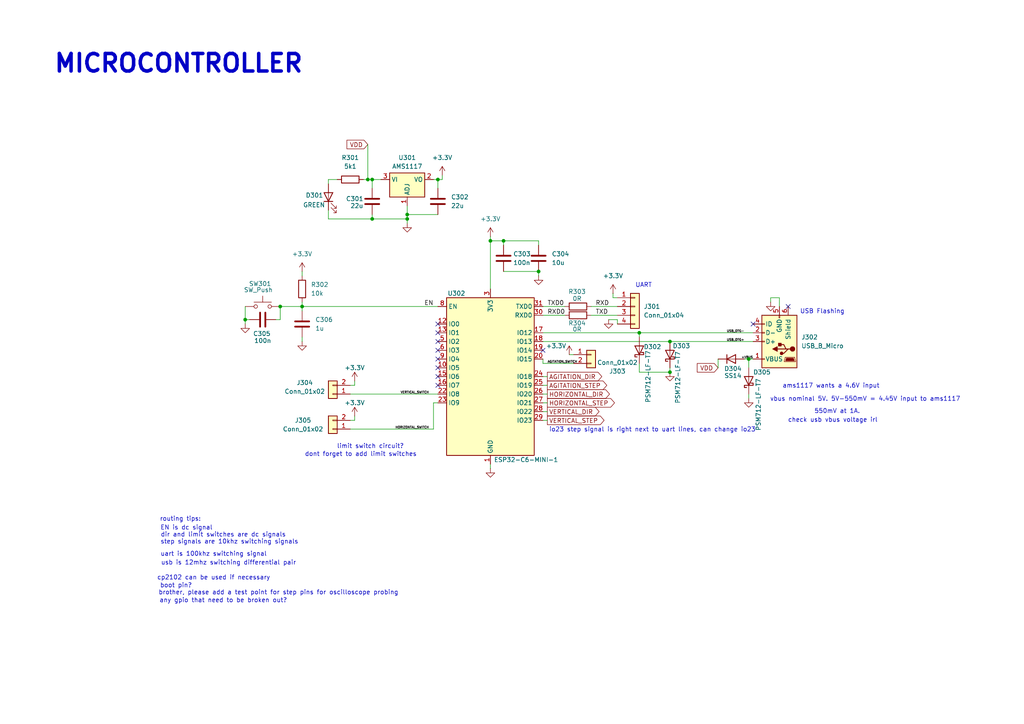
<source format=kicad_sch>
(kicad_sch (version 20250114) (generator "eeschema") (generator_version "9.0")
  (paper "A4")
  (lib_symbols
    (symbol "Connector:USB_B_Micro" (pin_names (offset 1.016))
      (property "Reference" "J" (at -5.08 11.43 0))
      (property "Value" "USB_B_Micro" (at -5.08 8.89 0))
      (symbol "USB_B_Micro_0_1"
        (rectangle (start -5.08 -7.62) (end 5.08 7.62) (stroke (width 0.254)) (fill (type background)))
        (polyline (pts (xy -4.699 5.842) (xy -4.699 5.588) (xy -4.445 4.826) (xy -4.445 4.572) (xy -1.651 4.572) (xy -1.651 4.826) (xy -1.397 5.588) (xy -1.397 5.842) (xy -4.699 5.842)))
        (polyline (pts (xy -4.318 5.588) (xy -1.778 5.588) (xy -2.032 4.826) (xy -4.064 4.826) (xy -4.318 5.588)) (fill (type outline)))
        (circle (center -3.81 2.159) (radius 0.635) (stroke (width 0.254)) (fill (type outline)))
        (polyline (pts (xy -3.175 2.159) (xy -2.54 2.159) (xy -1.27 3.429) (xy -0.635 3.429)) (stroke (width 0.254)))
        (polyline (pts (xy -2.54 2.159) (xy -1.905 2.159) (xy -1.27 0.889) (xy 0 0.889)) (stroke (width 0.254)))
        (polyline (pts (xy -1.905 2.159) (xy 0.635 2.159)) (stroke (width 0.254)))
        (circle (center -0.635 3.429) (radius 0.381) (stroke (width 0.254)) (fill (type outline)))
        (rectangle (start -0.127 -7.62) (end 0.127 -6.858))
        (rectangle (start 0.254 1.27) (end -0.508 0.508) (stroke (width 0.254)) (fill (type outline)))
        (polyline (pts (xy 0.635 2.794) (xy 0.635 1.524) (xy 1.905 2.159) (xy 0.635 2.794)) (stroke (width 0.254)) (fill (type outline)))
        (rectangle (start 5.08 4.953) (end 4.318 5.207))
        (rectangle (start 5.08 -0.127) (end 4.318 0.127))
        (rectangle (start 5.08 -2.667) (end 4.318 -2.413))
        (rectangle (start 5.08 -5.207) (end 4.318 -4.953))
      )
      (symbol "USB_B_Micro_1_1"
        (pin passive line (at -2.54 -10.16 90) (length 2.54) (name "Shield") (number "6"))
        (pin power_out line (at 0 -10.16 90) (length 2.54) (name "GND") (number "5"))
        (pin power_out line (at 7.62 5.08 180) (length 2.54) (name "VBUS") (number "1"))
        (pin bidirectional line (at 7.62 0 180) (length 2.54) (name "D+") (number "3"))
        (pin bidirectional line (at 7.62 -2.54 180) (length 2.54) (name "D-") (number "2"))
        (pin passive line (at 7.62 -5.08 180) (length 2.54) (name "ID") (number "4"))
      )
    )
    (symbol "Connector_Generic:Conn_01x02" (pin_names (offset 1.016) (hide yes))
      (property "Reference" "J" (at 0 2.54 0))
      (property "Value" "Conn_01x02" (at 0 -5.08 0))
      (symbol "Conn_01x02_1_1"
        (rectangle (start -1.27 1.27) (end 1.27 -3.81) (stroke (width 0.254)) (fill (type background)))
        (rectangle (start -1.27 0.127) (end 0 -0.127) (stroke (width 0.1524)))
        (rectangle (start -1.27 -2.413) (end 0 -2.667) (stroke (width 0.1524)))
        (pin passive line (at -5.08 0 0) (length 3.81) (name "Pin_1") (number "1"))
        (pin passive line (at -5.08 -2.54 0) (length 3.81) (name "Pin_2") (number "2"))
      )
    )
    (symbol "Connector_Generic:Conn_01x04" (pin_names (offset 1.016) (hide yes))
      (property "Reference" "J" (at 0 5.08 0))
      (property "Value" "Conn_01x04" (at 0 -7.62 0))
      (symbol "Conn_01x04_1_1"
        (rectangle (start -1.27 3.81) (end 1.27 -6.35) (stroke (width 0.254)) (fill (type background)))
        (rectangle (start -1.27 2.667) (end 0 2.413) (stroke (width 0.1524)))
        (rectangle (start -1.27 0.127) (end 0 -0.127) (stroke (width 0.1524)))
        (rectangle (start -1.27 -2.413) (end 0 -2.667) (stroke (width 0.1524)))
        (rectangle (start -1.27 -4.953) (end 0 -5.207) (stroke (width 0.1524)))
        (pin passive line (at -5.08 2.54 0) (length 3.81) (name "Pin_1") (number "1"))
        (pin passive line (at -5.08 0 0) (length 3.81) (name "Pin_2") (number "2"))
        (pin passive line (at -5.08 -2.54 0) (length 3.81) (name "Pin_3") (number "3"))
        (pin passive line (at -5.08 -5.08 0) (length 3.81) (name "Pin_4") (number "4"))
      )
    )
    (symbol "Device:C" (pin_numbers (hide yes)) (pin_names (offset 0.254))
      (property "Reference" "C" (at 0.635 2.54 0))
      (property "Value" "C" (at 0.635 -2.54 0))
      (symbol "C_0_1"
        (polyline (pts (xy -2.032 0.762) (xy 2.032 0.762)) (stroke (width 0.508)))
        (polyline (pts (xy -2.032 -0.762) (xy 2.032 -0.762)) (stroke (width 0.508)))
      )
      (symbol "C_1_1"
        (pin passive line (at 0 3.81 270) (length 2.794) (name "~") (number "1"))
        (pin passive line (at 0 -3.81 90) (length 2.794) (name "~") (number "2"))
      )
    )
    (symbol "Device:D" (pin_numbers (hide yes)) (pin_names (offset 1.016) (hide yes))
      (property "Reference" "D" (at 0 2.54 0))
      (property "Value" "D" (at 0 -2.54 0))
      (symbol "D_0_1"
        (polyline (pts (xy -1.27 1.27) (xy -1.27 -1.27)) (stroke (width 0.254)))
        (polyline (pts (xy 1.27 1.27) (xy 1.27 -1.27) (xy -1.27 0) (xy 1.27 1.27)) (stroke (width 0.254)))
        (polyline (pts (xy 1.27 0) (xy -1.27 0)))
      )
      (symbol "D_1_1"
        (pin passive line (at -3.81 0 0) (length 2.54) (name "K") (number "1"))
        (pin passive line (at 3.81 0 180) (length 2.54) (name "A") (number "2"))
      )
    )
    (symbol "Device:D_Schottky" (pin_numbers (hide yes)) (pin_names (offset 1.016) (hide yes))
      (property "Reference" "D" (at 0 2.54 0))
      (property "Value" "D_Schottky" (at 0 -2.54 0))
      (symbol "D_Schottky_0_1"
        (polyline (pts (xy -1.905 0.635) (xy -1.905 1.27) (xy -1.27 1.27) (xy -1.27 -1.27) (xy -0.635 -1.27) (xy -0.635 -0.635)) (stroke (width 0.254)))
        (polyline (pts (xy 1.27 1.27) (xy 1.27 -1.27) (xy -1.27 0) (xy 1.27 1.27)) (stroke (width 0.254)))
        (polyline (pts (xy 1.27 0) (xy -1.27 0)))
      )
      (symbol "D_Schottky_1_1"
        (pin passive line (at -3.81 0 0) (length 2.54) (name "K") (number "1"))
        (pin passive line (at 3.81 0 180) (length 2.54) (name "A") (number "2"))
      )
    )
    (symbol "Device:LED" (pin_numbers (hide yes)) (pin_names (offset 1.016) (hide yes))
      (property "Reference" "D" (at 0 2.54 0))
      (property "Value" "LED" (at 0 -2.54 0))
      (symbol "LED_0_1"
        (polyline (pts (xy -3.048 -0.762) (xy -4.572 -2.286) (xy -3.81 -2.286) (xy -4.572 -2.286) (xy -4.572 -1.524)))
        (polyline (pts (xy -1.778 -0.762) (xy -3.302 -2.286) (xy -2.54 -2.286) (xy -3.302 -2.286) (xy -3.302 -1.524)))
        (polyline (pts (xy -1.27 0) (xy 1.27 0)))
        (polyline (pts (xy -1.27 -1.27) (xy -1.27 1.27)) (stroke (width 0.254)))
        (polyline (pts (xy 1.27 -1.27) (xy 1.27 1.27) (xy -1.27 0) (xy 1.27 -1.27)) (stroke (width 0.254)))
      )
      (symbol "LED_1_1"
        (pin passive line (at -3.81 0 0) (length 2.54) (name "K") (number "1"))
        (pin passive line (at 3.81 0 180) (length 2.54) (name "A") (number "2"))
      )
    )
    (symbol "Device:R" (pin_numbers (hide yes)) (pin_names (offset 0))
      (property "Reference" "R" (at 2.032 0 90))
      (property "Value" "R" (at 0 0 90))
      (symbol "R_0_1"
        (rectangle (start -1.016 -2.54) (end 1.016 2.54) (stroke (width 0.254)))
      )
      (symbol "R_1_1"
        (pin passive line (at 0 3.81 270) (length 1.27) (name "~") (number "1"))
        (pin passive line (at 0 -3.81 90) (length 1.27) (name "~") (number "2"))
      )
    )
    (symbol "RF_Module:ESP32-C6-MINI-1"
      (property "Reference" "U" (at -11.43 24.13 0))
      (property "Value" "ESP32-C6-MINI-1" (at 12.7 24.13 0))
      (symbol "ESP32-C6-MINI-1_0_1"
        (rectangle (start -12.7 22.86) (end 12.7 -22.86) (stroke (width 0.254)) (fill (type background)))
      )
      (symbol "ESP32-C6-MINI-1_1_1"
        (pin input line (at -15.24 20.32 0) (length 2.54) (name "EN") (number "8"))
        (pin bidirectional line (at -15.24 15.24 0) (length 2.54) (name "IO0") (number "12"))
        (pin bidirectional line (at -15.24 12.7 0) (length 2.54) (name "IO1") (number "13"))
        (pin bidirectional line (at -15.24 10.16 0) (length 2.54) (name "IO2") (number "5"))
        (pin bidirectional line (at -15.24 7.62 0) (length 2.54) (name "IO3") (number "6"))
        (pin bidirectional line (at -15.24 5.08 0) (length 2.54) (name "IO4") (number "9"))
        (pin bidirectional line (at -15.24 2.54 0) (length 2.54) (name "IO5") (number "10"))
        (pin bidirectional line (at -15.24 0 0) (length 2.54) (name "IO6") (number "15"))
        (pin bidirectional line (at -15.24 -2.54 0) (length 2.54) (name "IO7") (number "16"))
        (pin bidirectional line (at -15.24 -5.08 0) (length 2.54) (name "IO8") (number "22"))
        (pin bidirectional line (at -15.24 -7.62 0) (length 2.54) (name "IO9") (number "23"))
        (pin no_connect line (at -12.7 -12.7 0) (length 2.54) (hide yes) (name "NC") (number "32"))
        (pin no_connect line (at -12.7 -15.24 0) (length 2.54) (hide yes) (name "NC") (number "33"))
        (pin no_connect line (at -12.7 -17.78 0) (length 2.54) (hide yes) (name "NC") (number "34"))
        (pin no_connect line (at -12.7 -20.32 0) (length 2.54) (hide yes) (name "NC") (number "35"))
        (pin power_in line (at 0 25.4 270) (length 2.54) (name "3V3") (number "3"))
        (pin power_in line (at 0 -25.4 90) (length 2.54) (name "GND") (number "1"))
        (pin passive line (at 0 -25.4 90) (length 2.54) (hide yes) (name "GND") (number "11"))
        (pin passive line (at 0 -25.4 90) (length 2.54) (hide yes) (name "GND") (number "14"))
        (pin passive line (at 0 -25.4 90) (length 2.54) (hide yes) (name "GND") (number "2"))
        (pin passive line (at 0 -25.4 90) (length 2.54) (hide yes) (name "GND") (number "36"))
        (pin passive line (at 0 -25.4 90) (length 2.54) (hide yes) (name "GND") (number "37"))
        (pin passive line (at 0 -25.4 90) (length 2.54) (hide yes) (name "GND") (number "38"))
        (pin passive line (at 0 -25.4 90) (length 2.54) (hide yes) (name "GND") (number "39"))
        (pin passive line (at 0 -25.4 90) (length 2.54) (hide yes) (name "GND") (number "40"))
        (pin passive line (at 0 -25.4 90) (length 2.54) (hide yes) (name "GND") (number "41"))
        (pin passive line (at 0 -25.4 90) (length 2.54) (hide yes) (name "GND") (number "42"))
        (pin passive line (at 0 -25.4 90) (length 2.54) (hide yes) (name "GND") (number "43"))
        (pin passive line (at 0 -25.4 90) (length 2.54) (hide yes) (name "GND") (number "44"))
        (pin passive line (at 0 -25.4 90) (length 2.54) (hide yes) (name "GND") (number "45"))
        (pin passive line (at 0 -25.4 90) (length 2.54) (hide yes) (name "GND") (number "46"))
        (pin passive line (at 0 -25.4 90) (length 2.54) (hide yes) (name "GND") (number "47"))
        (pin passive line (at 0 -25.4 90) (length 2.54) (hide yes) (name "GND") (number "48"))
        (pin passive line (at 0 -25.4 90) (length 2.54) (hide yes) (name "GND") (number "49"))
        (pin passive line (at 0 -25.4 90) (length 2.54) (hide yes) (name "GND") (number "50"))
        (pin passive line (at 0 -25.4 90) (length 2.54) (hide yes) (name "GND") (number "51"))
        (pin passive line (at 0 -25.4 90) (length 2.54) (hide yes) (name "GND") (number "52"))
        (pin passive line (at 0 -25.4 90) (length 2.54) (hide yes) (name "GND") (number "53"))
        (pin no_connect line (at 12.7 -15.24 180) (length 2.54) (hide yes) (name "NC") (number "4"))
        (pin no_connect line (at 12.7 -17.78 180) (length 2.54) (hide yes) (name "NC") (number "7"))
        (pin no_connect line (at 12.7 -20.32 180) (length 2.54) (hide yes) (name "NC") (number "21"))
        (pin bidirectional line (at 15.24 20.32 180) (length 2.54) (name "TXD0") (number "31"))
        (pin bidirectional line (at 15.24 17.78 180) (length 2.54) (name "RXD0") (number "30"))
        (pin bidirectional line (at 15.24 12.7 180) (length 2.54) (name "IO12") (number "17"))
        (pin bidirectional line (at 15.24 10.16 180) (length 2.54) (name "IO13") (number "18"))
        (pin bidirectional line (at 15.24 7.62 180) (length 2.54) (name "IO14") (number "19"))
        (pin bidirectional line (at 15.24 5.08 180) (length 2.54) (name "IO15") (number "20"))
        (pin bidirectional line (at 15.24 0 180) (length 2.54) (name "IO18") (number "24"))
        (pin bidirectional line (at 15.24 -2.54 180) (length 2.54) (name "IO19") (number "25"))
        (pin bidirectional line (at 15.24 -5.08 180) (length 2.54) (name "IO20") (number "26"))
        (pin bidirectional line (at 15.24 -7.62 180) (length 2.54) (name "IO21") (number "27"))
        (pin bidirectional line (at 15.24 -10.16 180) (length 2.54) (name "IO22") (number "28"))
        (pin bidirectional line (at 15.24 -12.7 180) (length 2.54) (name "IO23") (number "29"))
      )
    )
    (symbol "Regulator_Linear:AMS1117"
      (property "Reference" "U" (at -3.81 3.175 0))
      (property "Value" "AMS1117" (at 0 3.175 0))
      (symbol "AMS1117_0_1"
        (rectangle (start -5.08 -5.08) (end 5.08 1.905) (stroke (width 0.254)) (fill (type background)))
      )
      (symbol "AMS1117_1_1"
        (pin power_in line (at -7.62 0 0) (length 2.54) (name "VI") (number "3"))
        (pin input line (at 0 -7.62 90) (length 2.54) (name "ADJ") (number "1"))
        (pin power_out line (at 7.62 0 180) (length 2.54) (name "VO") (number "2"))
      )
    )
    (symbol "Switch:SW_Push" (pin_numbers (hide yes)) (pin_names (offset 1.016) (hide yes))
      (property "Reference" "SW" (at 1.27 2.54 0))
      (property "Value" "SW_Push" (at 0 -1.524 0))
      (symbol "SW_Push_0_1"
        (circle (center -2.032 0) (radius 0.508))
        (polyline (pts (xy 0 1.27) (xy 0 3.048)))
        (circle (center 2.032 0) (radius 0.508))
        (polyline (pts (xy 2.54 1.27) (xy -2.54 1.27)))
        (pin passive line (at -5.08 0 0) (length 2.54) (name "1") (number "1"))
        (pin passive line (at 5.08 0 180) (length 2.54) (name "2") (number "2"))
      )
    )
    (symbol "power:+3.3V" (power) (pin_numbers (hide yes)) (pin_names (offset 0) (hide yes))
      (property "Value" "+3.3V" (at 0 3.556 0))
      (symbol "+3.3V_0_1"
        (polyline (pts (xy -0.762 1.27) (xy 0 2.54)))
        (polyline (pts (xy 0 2.54) (xy 0.762 1.27)))
        (polyline (pts (xy 0 0) (xy 0 2.54)))
      )
      (symbol "+3.3V_1_1"
        (pin power_in line (at 0 0 90) (length 0) (name "~") (number "1"))
      )
    )
    (symbol "power:GND" (power) (pin_numbers (hide yes)) (pin_names (offset 0) (hide yes))
      (property "Value" "GND" (at 0 -3.81 0))
      (symbol "GND_0_1"
        (polyline (pts (xy 0 0) (xy 0 -1.27) (xy 1.27 -1.27) (xy 0 -2.54) (xy -1.27 -1.27) (xy 0 -1.27)))
      )
      (symbol "GND_1_1"
        (pin power_in line (at 0 0 270) (length 0) (name "~") (number "1"))
      )
    )
  )
  (text "MICROCONTROLLER" (at 51.816 18.542 0) (effects (font (size 5.08 5.08) (thickness 1.016) (bold yes))))
  (text "check usb vbus voltage irl" (at 241.554 121.92 0) (effects (font (size 1.27 1.27))))
  (text "any gpio that need to be broken out?" (at 64.77 174.244 0) (effects (font (size 1.27 1.27))))
  (text "dont forget to add limit switches" (at 104.648 131.826 0) (effects (font (size 1.27 1.27))))
  (text "UART" (at 186.69 82.804 0) (effects (font (size 1.27 1.27))))
  (text "dir and limit switches are dc signals" (at 64.77 155.194 0) (effects (font (size 1.27 1.27))))
  (text "cp2102 can be used if necessary" (at 61.976 167.64 0) (effects (font (size 1.27 1.27))))
  (text "vbus nominal 5V. 5V-550mV = 4.45V input to ams1117" (at 250.952 115.824 0) (effects (font (size 1.27 1.27))))
  (text "USB Flashing" (at 238.506 90.424 0) (effects (font (size 1.27 1.27))))
  (text "routing tips:" (at 52.324 150.622 0) (effects (font (size 1.27 1.27))))
  (text "550mV at 1A." (at 242.824 119.38 0) (effects (font (size 1.27 1.27))))
  (text "io23 step signal is right next to uart lines, can change io23" (at 189.23 124.714 0) (effects (font (size 1.27 1.27))))
  (text "EN is dc signal" (at 54.102 153.162 0) (effects (font (size 1.27 1.27))))
  (text "step signals are 10khz switching signals" (at 66.548 157.226 0) (effects (font (size 1.27 1.27))))
  (text "boot pin?" (at 51.054 169.926 0) (effects (font (size 1.27 1.27))))
  (text "brother, please add a test point for step pins for oscilloscope probing" (at 80.772 171.958 0) (effects (font (size 1.27 1.27))))
  (text "limit switch circuit?" (at 107.442 129.54 0) (effects (font (size 1.27 1.27))))
  (text "ams1117 wants a 4.6V input" (at 241.046 112.014 0) (effects (font (size 1.27 1.27))))
  (text "usb is 12mhz switching differential pair" (at 66.294 163.322 0) (effects (font (size 1.27 1.27))))
  (text "uart is 100khz switching signal" (at 61.976 160.782 0) (effects (font (size 1.27 1.27))))
  (junction (at 71.12 92.71))
  (junction (at 185.42 96.52))
  (junction (at 156.21 78.74))
  (junction (at 217.17 104.14))
  (junction (at 146.05 69.85))
  (junction (at 194.31 107.95))
  (junction (at 118.11 63.5))
  (junction (at 142.24 69.85))
  (junction (at 118.11 62.23))
  (junction (at 107.95 52.07))
  (junction (at 106.68 52.07))
  (junction (at 107.95 63.5))
  (junction (at 81.28 88.9))
  (junction (at 87.63 88.9))
  (junction (at 127 52.07))
  (junction (at 194.31 99.06))
  (no_connect (at 127 93.98))
  (no_connect (at 127 109.22))
  (no_connect (at 228.6 88.9))
  (no_connect (at 127 99.06))
  (no_connect (at 157.48 101.6))
  (no_connect (at 127 101.6))
  (no_connect (at 218.44 93.98))
  (no_connect (at 127 104.14))
  (no_connect (at 127 96.52))
  (no_connect (at 127 111.76))
  (no_connect (at 127 106.68))
  (wire (pts (xy 80.01 92.71) (xy 81.28 92.71)))
  (wire (pts (xy 223.52 86.36) (xy 223.52 87.63)))
  (wire (pts (xy 208.28 104.14) (xy 208.28 106.68)))
  (wire (pts (xy 97.79 52.07) (xy 95.25 52.07)))
  (wire (pts (xy 127 52.07) (xy 128.27 52.07)))
  (wire (pts (xy 87.63 88.9) (xy 127 88.9)))
  (wire (pts (xy 171.45 91.44) (xy 179.07 91.44)))
  (wire (pts (xy 179.07 86.36) (xy 177.8 86.36)))
  (wire (pts (xy 142.24 68.58) (xy 142.24 69.85)))
  (wire (pts (xy 71.12 92.71) (xy 71.12 93.98)))
  (wire (pts (xy 107.95 63.5) (xy 107.95 62.23)))
  (wire (pts (xy 157.48 105.41) (xy 166.37 105.41)))
  (wire (pts (xy 95.25 52.07) (xy 95.25 53.34)))
  (wire (pts (xy 142.24 83.82) (xy 142.24 69.85)))
  (wire (pts (xy 118.11 63.5) (xy 118.11 64.77)))
  (wire (pts (xy 127 116.84) (xy 125.73 116.84)))
  (wire (pts (xy 81.28 88.9) (xy 87.63 88.9)))
  (wire (pts (xy 157.48 111.76) (xy 158.75 111.76)))
  (wire (pts (xy 226.06 88.9) (xy 226.06 86.36)))
  (wire (pts (xy 106.68 52.07) (xy 106.68 41.91)))
  (wire (pts (xy 217.17 104.14) (xy 217.17 106.68)))
  (wire (pts (xy 165.1 102.87) (xy 166.37 102.87)))
  (wire (pts (xy 177.8 86.36) (xy 177.8 85.09)))
  (wire (pts (xy 185.42 96.52) (xy 218.44 96.52)))
  (wire (pts (xy 87.63 88.9) (xy 87.63 90.17)))
  (wire (pts (xy 105.41 52.07) (xy 106.68 52.07)))
  (wire (pts (xy 157.48 116.84) (xy 158.75 116.84)))
  (wire (pts (xy 179.07 92.71) (xy 176.53 92.71)))
  (wire (pts (xy 157.48 109.22) (xy 158.75 109.22)))
  (wire (pts (xy 156.21 71.12) (xy 156.21 69.85)))
  (wire (pts (xy 157.48 88.9) (xy 163.83 88.9)))
  (wire (pts (xy 125.73 124.46) (xy 101.6 124.46)))
  (wire (pts (xy 226.06 86.36) (xy 223.52 86.36)))
  (wire (pts (xy 146.05 69.85) (xy 146.05 71.12)))
  (wire (pts (xy 118.11 62.23) (xy 118.11 63.5)))
  (wire (pts (xy 185.42 107.95) (xy 194.31 107.95)))
  (wire (pts (xy 87.63 87.63) (xy 87.63 88.9)))
  (wire (pts (xy 72.39 92.71) (xy 71.12 92.71)))
  (wire (pts (xy 95.25 60.96) (xy 95.25 63.5)))
  (wire (pts (xy 107.95 63.5) (xy 118.11 63.5)))
  (wire (pts (xy 146.05 69.85) (xy 142.24 69.85)))
  (wire (pts (xy 87.63 78.74) (xy 87.63 80.01)))
  (wire (pts (xy 194.31 106.68) (xy 194.31 107.95)))
  (wire (pts (xy 101.6 114.3) (xy 127 114.3)))
  (wire (pts (xy 156.21 69.85) (xy 146.05 69.85)))
  (wire (pts (xy 118.11 62.23) (xy 127 62.23)))
  (wire (pts (xy 157.48 114.3) (xy 158.75 114.3)))
  (wire (pts (xy 142.24 134.62) (xy 142.24 135.89)))
  (wire (pts (xy 179.07 93.98) (xy 179.07 92.71)))
  (wire (pts (xy 102.87 120.65) (xy 102.87 121.92)))
  (wire (pts (xy 217.17 104.14) (xy 218.44 104.14)))
  (wire (pts (xy 125.73 116.84) (xy 125.73 124.46)))
  (wire (pts (xy 102.87 110.49) (xy 102.87 111.76)))
  (wire (pts (xy 107.95 52.07) (xy 107.95 54.61)))
  (wire (pts (xy 156.21 78.74) (xy 156.21 80.01)))
  (wire (pts (xy 127 52.07) (xy 125.73 52.07)))
  (wire (pts (xy 157.48 121.92) (xy 158.75 121.92)))
  (wire (pts (xy 95.25 63.5) (xy 107.95 63.5)))
  (wire (pts (xy 171.45 88.9) (xy 179.07 88.9)))
  (wire (pts (xy 157.48 99.06) (xy 194.31 99.06)))
  (wire (pts (xy 81.28 92.71) (xy 81.28 88.9)))
  (wire (pts (xy 87.63 97.79) (xy 87.63 99.06)))
  (wire (pts (xy 127 54.61) (xy 127 52.07)))
  (wire (pts (xy 157.48 96.52) (xy 185.42 96.52)))
  (wire (pts (xy 128.27 50.8) (xy 128.27 52.07)))
  (wire (pts (xy 107.95 52.07) (xy 110.49 52.07)))
  (wire (pts (xy 157.48 91.44) (xy 163.83 91.44)))
  (wire (pts (xy 185.42 105.41) (xy 185.42 107.95)))
  (wire (pts (xy 118.11 59.69) (xy 118.11 62.23)))
  (wire (pts (xy 102.87 121.92) (xy 101.6 121.92)))
  (wire (pts (xy 217.17 114.3) (xy 217.17 115.57)))
  (wire (pts (xy 157.48 119.38) (xy 158.75 119.38)))
  (wire (pts (xy 146.05 78.74) (xy 156.21 78.74)))
  (wire (pts (xy 194.31 99.06) (xy 218.44 99.06)))
  (wire (pts (xy 71.12 92.71) (xy 71.12 88.9)))
  (wire (pts (xy 106.68 52.07) (xy 107.95 52.07)))
  (wire (pts (xy 102.87 111.76) (xy 101.6 111.76)))
  (wire (pts (xy 215.9 104.14) (xy 217.17 104.14)))
  (wire (pts (xy 157.48 104.14) (xy 157.48 105.41)))
  (wire (pts (xy 185.42 96.52) (xy 185.42 97.79)))
  (label "VERTICAL_SWITCH" (at 124.46 114.3 180) (effects (font (size 0.635 0.635))))
  (label "AGITATION_SWITCH" (at 158.75 105.41 0) (effects (font (size 0.635 0.635))))
  (label "+VBUS" (at 218.44 104.14 180) (effects (font (size 0.635 0.635))))
  (label "USB_OTG+" (at 215.9 99.06 180) (effects (font (size 0.635 0.635))))
  (label "TXD0" (at 158.75 88.9 0))
  (label "RXD" (at 172.72 88.9 0))
  (label "HORIZONTAL_SWITCH" (at 124.46 124.46 180) (effects (font (size 0.635 0.635))))
  (label "RXD0" (at 158.75 91.44 0))
  (label "EN" (at 125.73 88.9 180))
  (label "USB_OTG-" (at 215.9 96.52 180) (effects (font (size 0.635 0.635))))
  (label "TXD" (at 172.72 91.44 0))
  (global_label "HORIZONTAL_DIR" (shape output) (at 158.75 114.3 0) (property "Intersheetrefs" "${INTERSHEET_REFS}" (effects (hide yes))))
  (global_label "HORIZONTAL_STEP" (shape output) (at 158.75 116.84 0) (property "Intersheetrefs" "${INTERSHEET_REFS}" (effects (hide yes))))
  (global_label "VERTICAL_DIR" (shape output) (at 158.75 119.38 0) (property "Intersheetrefs" "${INTERSHEET_REFS}" (effects (hide yes))))
  (global_label "AGITATION_STEP" (shape output) (at 158.75 111.76 0) (property "Intersheetrefs" "${INTERSHEET_REFS}" (effects (hide yes))))
  (global_label "AGITATION_DIR" (shape output) (at 158.75 109.22 0) (property "Intersheetrefs" "${INTERSHEET_REFS}" (effects (hide yes))))
  (global_label "VDD" (shape input) (at 208.28 106.68 180) (property "Intersheetrefs" "${INTERSHEET_REFS}" (effects (hide yes))))
  (global_label "VERTICAL_STEP" (shape output) (at 158.75 121.92 0) (property "Intersheetrefs" "${INTERSHEET_REFS}" (effects (hide yes))))
  (global_label "VDD" (shape input) (at 106.68 41.91 180) (property "Intersheetrefs" "${INTERSHEET_REFS}" (effects (hide yes))))
  (symbol (lib_id "Device:R") (at 167.64 88.9 90) (unit 1)
    (property "Reference" "R303" (at 167.386 84.582 90))
    (property "Value" "0R" (at 167.386 86.614 90))
    (property "Footprint" "Resistor_SMD:R_0603_1608Metric" (effects (hide yes)))
    (property "Description" "Resistor" (effects (hide yes)))
  )
  (symbol (lib_id "power:+3.3V") (at 102.87 110.49 0) (unit 1)
    (property "Reference" "#PWR0313" (effects (hide yes)))
    (property "Value" "+3.3V" (at 102.87 106.68 0))
    (property "Description" "Power symbol creates a global label with name \"+3.3V\"" (effects (hide yes)))
  )
  (symbol (lib_id "Device:C") (at 156.21 74.93 0) (unit 1)
    (property "Reference" "C304" (at 160.02 73.6599 0) (effects (justify left)))
    (property "Value" "10u" (at 160.02 76.1999 0) (effects (justify left)))
    (property "Footprint" "Capacitor_SMD:C_0603_1608Metric" (effects (hide yes)))
    (property "Description" "Unpolarized capacitor" (effects (hide yes)))
  )
  (symbol (lib_id "Device:C") (at 87.63 93.98 0) (unit 1)
    (property "Reference" "C306" (at 91.44 92.7099 0) (effects (justify left)))
    (property "Value" "1u" (at 91.44 95.2499 0) (effects (justify left)))
    (property "Footprint" "Capacitor_SMD:C_0603_1608Metric" (effects (hide yes)))
    (property "Description" "Unpolarized capacitor" (effects (hide yes)))
  )
  (symbol (lib_id "power:GND") (at 223.52 87.63 0) (unit 1)
    (property "Reference" "#PWR0307" (effects (hide yes)))
    (property "Value" "GND" (effects (hide yes)))
    (property "Description" "Power symbol creates a global label with name \"GND\" , ground" (effects (hide yes)))
  )
  (symbol (lib_id "power:+3.3V") (at 142.24 68.58 0) (unit 1)
    (property "Reference" "#PWR0303" (effects (hide yes)))
    (property "Value" "+3.3V" (at 142.24 63.5 0))
    (property "Description" "Power symbol creates a global label with name \"+3.3V\"" (effects (hide yes)))
  )
  (symbol (lib_id "Device:R") (at 167.64 91.44 90) (unit 1)
    (property "Reference" "R304" (at 167.386 93.726 90))
    (property "Value" "0R" (at 167.386 95.504 90))
    (property "Footprint" "Resistor_SMD:R_0603_1608Metric" (effects (hide yes)))
    (property "Description" "Resistor" (effects (hide yes)))
  )
  (symbol (lib_id "Device:C") (at 76.2 92.71 90) (unit 1)
    (property "Reference" "C305" (at 75.946 96.774 90))
    (property "Value" "100n" (at 76.2 98.806 90))
    (property "Footprint" "Capacitor_SMD:C_0603_1608Metric" (effects (hide yes)))
    (property "Description" "Unpolarized capacitor" (effects (hide yes)))
  )
  (symbol (lib_id "power:GND") (at 217.17 115.57 0) (unit 1)
    (property "Reference" "#PWR0314" (effects (hide yes)))
    (property "Value" "GND" (effects (hide yes)))
    (property "Description" "Power symbol creates a global label with name \"GND\" , ground" (effects (hide yes)))
  )
  (symbol (lib_id "Device:D_Schottky") (at 194.31 102.87 90) (unit 1)
    (property "Reference" "D303" (at 195.072 100.33 90) (effects (justify right)))
    (property "Value" "PSM712-LF-T7" (at 196.596 101.854 0) (effects (justify right)))
    (property "Footprint" "Package_TO_SOT_SMD:SOT-23" (effects (hide yes)))
    (property "Description" "Schottky diode" (effects (hide yes)))
  )
  (symbol (lib_id "Device:C") (at 127 58.42 0) (unit 1)
    (property "Reference" "C302" (at 130.81 57.1499 0) (effects (justify left)))
    (property "Value" "22u" (at 130.81 59.6899 0) (effects (justify left)))
    (property "Footprint" "Capacitor_SMD:C_0603_1608Metric" (effects (hide yes)))
    (property "Description" "Unpolarized capacitor" (effects (hide yes)))
  )
  (symbol (lib_id "power:GND") (at 176.53 92.71 0) (unit 1)
    (property "Reference" "#PWR0308" (effects (hide yes)))
    (property "Value" "GND" (effects (hide yes)))
    (property "Description" "Power symbol creates a global label with name \"GND\" , ground" (effects (hide yes)))
  )
  (symbol (lib_id "Device:LED") (at 95.25 57.15 90) (unit 1)
    (property "Reference" "D301" (at 88.646 56.642 90) (effects (justify right)))
    (property "Value" "GREEN" (at 87.884 59.436 90) (effects (justify right)))
    (property "Footprint" "LED_SMD:LED_0603_1608Metric" (effects (hide yes)))
    (property "Description" "Light emitting diode" (effects (hide yes)))
    (property "Sim.Pins" "1=K 2=A" (effects (hide yes)))
  )
  (symbol (lib_id "Device:D_Schottky") (at 217.17 110.49 90) (unit 1)
    (property "Reference" "D305" (at 218.44 107.95 90) (effects (justify right)))
    (property "Value" "PSM712-LF-T7" (at 219.964 109.728 0) (effects (justify right)))
    (property "Footprint" "Package_TO_SOT_SMD:SOT-23" (effects (hide yes)))
    (property "Description" "Schottky diode" (effects (hide yes)))
  )
  (symbol (lib_id "Device:R") (at 87.63 83.82 0) (unit 1)
    (property "Reference" "R302" (at 90.17 82.5499 0) (effects (justify left)))
    (property "Value" "10k" (at 90.17 85.0899 0) (effects (justify left)))
    (property "Footprint" "Resistor_SMD:R_0603_1608Metric" (effects (hide yes)))
    (property "Description" "Resistor" (effects (hide yes)))
  )
  (symbol (lib_id "Connector_Generic:Conn_01x02") (at 96.52 114.3 180) (unit 1)
    (property "Reference" "J304" (at 88.392 110.998 0))
    (property "Value" "Conn_01x02" (at 88.392 113.538 0))
    (property "Footprint" "Connector_PinHeader_2.54mm:PinHeader_1x02_P2.54mm_Vertical" (effects (hide yes)))
    (property "Description" "Generic connector, single row, 01x02, script generated (kicad-library-utils/schlib/autogen/connector/)" (effects (hide yes)))
  )
  (symbol (lib_id "power:+3.3V") (at 87.63 78.74 0) (unit 1)
    (property "Reference" "#PWR0304" (effects (hide yes)))
    (property "Value" "+3.3V" (at 87.63 73.66 0))
    (property "Description" "Power symbol creates a global label with name \"+3.3V\"" (effects (hide yes)))
  )
  (symbol (lib_id "Connector:USB_B_Micro") (at 226.06 99.06 180) (unit 1)
    (property "Reference" "J302" (at 232.41 97.7899 0) (effects (justify right)))
    (property "Value" "USB_B_Micro" (at 232.41 100.3299 0) (effects (justify right)))
    (property "Footprint" "Connector_USB:USB_Micro-B_Molex-105017-0001" (effects (hide yes)))
    (property "Description" "USB Micro Type B connector" (effects (hide yes)))
  )
  (symbol (lib_id "Device:R") (at 101.6 52.07 90) (unit 1)
    (property "Reference" "R301" (at 101.6 45.72 90))
    (property "Value" "5k1" (at 101.6 48.26 90))
    (property "Footprint" "Resistor_SMD:R_0603_1608Metric" (effects (hide yes)))
    (property "Description" "Resistor" (effects (hide yes)))
  )
  (symbol (lib_id "RF_Module:ESP32-C6-MINI-1") (at 142.24 109.22 0) (unit 1)
    (property "Reference" "U302" (at 129.794 85.09 0) (effects (justify left)))
    (property "Value" "ESP32-C6-MINI-1" (at 143.256 133.35 0) (effects (justify left)))
    (property "Footprint" "RF_Module:ESP32-C6-MINI-1" (effects (hide yes)))
    (property "Datasheet" "https://www.espressif.com/sites/default/files/documentation/esp32-c6-mini-1_mini-1u_datasheet_en.pdf" (effects (hide yes)))
    (property "Description" "RF Module, ESP32-C6 SoC, Wi-Fi 802.11b/g/n/ax, Bluetooth, BLE, Zigbee, Thread, 32-bit, 3.3V, SMD, onboard antenna" (effects (hide yes)))
  )
  (symbol (lib_id "power:+3.3V") (at 128.27 50.8 0) (unit 1)
    (property "Reference" "#PWR0301" (effects (hide yes)))
    (property "Value" "+3.3V" (at 128.27 45.72 0))
    (property "Description" "Power symbol creates a global label with name \"+3.3V\"" (effects (hide yes)))
  )
  (symbol (lib_id "power:+3.3V") (at 165.1 102.87 0) (unit 1)
    (property "Reference" "#PWR0311" (effects (hide yes)))
    (property "Value" "+3.3V" (at 161.29 100.33 0))
    (property "Description" "Power symbol creates a global label with name \"+3.3V\"" (effects (hide yes)))
  )
  (symbol (lib_id "Device:D_Schottky") (at 185.42 101.6 90) (unit 1)
    (property "Reference" "D302" (at 186.69 100.584 90) (effects (justify right)))
    (property "Value" "PSM712-LF-T7" (at 187.96 101.6 0) (effects (justify right)))
    (property "Footprint" "Package_TO_SOT_SMD:SOT-23" (effects (hide yes)))
    (property "Description" "Schottky diode" (effects (hide yes)))
  )
  (symbol (lib_id "power:GND") (at 87.63 99.06 0) (unit 1)
    (property "Reference" "#PWR0310" (effects (hide yes)))
    (property "Value" "GND" (effects (hide yes)))
    (property "Description" "Power symbol creates a global label with name \"GND\" , ground" (effects (hide yes)))
  )
  (symbol (lib_id "power:GND") (at 118.11 64.77 0) (unit 1)
    (property "Reference" "#PWR0302" (effects (hide yes)))
    (property "Value" "GND" (effects (hide yes)))
    (property "Description" "Power symbol creates a global label with name \"GND\" , ground" (effects (hide yes)))
  )
  (symbol (lib_id "power:GND") (at 71.12 93.98 0) (unit 1)
    (property "Reference" "#PWR0309" (effects (hide yes)))
    (property "Value" "GND" (effects (hide yes)))
    (property "Description" "Power symbol creates a global label with name \"GND\" , ground" (effects (hide yes)))
  )
  (symbol (lib_id "power:GND") (at 194.31 107.95 0) (unit 1)
    (property "Reference" "#PWR0312" (effects (hide yes)))
    (property "Value" "GND" (effects (hide yes)))
    (property "Description" "Power symbol creates a global label with name \"GND\" , ground" (effects (hide yes)))
  )
  (symbol (lib_id "Device:C") (at 107.95 58.42 0) (unit 1)
    (property "Reference" "C301" (at 100.33 57.658 0) (effects (justify left)))
    (property "Value" "22u" (at 101.6 59.69 0) (effects (justify left)))
    (property "Footprint" "Capacitor_SMD:C_0603_1608Metric" (effects (hide yes)))
    (property "Description" "Unpolarized capacitor" (effects (hide yes)))
  )
  (symbol (lib_id "Connector_Generic:Conn_01x02") (at 96.52 124.46 180) (unit 1)
    (property "Reference" "J305" (at 87.884 121.92 0))
    (property "Value" "Conn_01x02" (at 87.884 124.46 0))
    (property "Footprint" "Connector_PinHeader_2.54mm:PinHeader_1x02_P2.54mm_Vertical" (effects (hide yes)))
    (property "Description" "Generic connector, single row, 01x02, script generated (kicad-library-utils/schlib/autogen/connector/)" (effects (hide yes)))
  )
  (symbol (lib_id "Device:C") (at 146.05 74.93 0) (unit 1)
    (property "Reference" "C303" (at 148.844 73.66 0) (effects (justify left)))
    (property "Value" "100n" (at 148.844 76.2 0) (effects (justify left)))
    (property "Footprint" "Capacitor_SMD:C_0603_1608Metric" (effects (hide yes)))
    (property "Description" "Unpolarized capacitor" (effects (hide yes)))
  )
  (symbol (lib_id "power:GND") (at 156.21 80.01 0) (unit 1)
    (property "Reference" "#PWR0305" (effects (hide yes)))
    (property "Value" "GND" (effects (hide yes)))
    (property "Description" "Power symbol creates a global label with name \"GND\" , ground" (effects (hide yes)))
  )
  (symbol (lib_id "Device:D") (at 212.09 104.14 0) (unit 1)
    (property "Reference" "D304" (at 212.598 106.934 0))
    (property "Value" "SS14" (at 212.598 108.966 0))
    (property "Footprint" "Diode_SMD:D_SMA" (effects (hide yes)))
    (property "Description" "Diode" (effects (hide yes)))
    (property "Sim.Device" "D" (effects (hide yes)))
    (property "Sim.Pins" "1=K 2=A" (effects (hide yes)))
  )
  (symbol (lib_id "Connector_Generic:Conn_01x04") (at 184.15 88.9 0) (unit 1)
    (property "Reference" "J301" (at 186.69 88.8999 0) (effects (justify left)))
    (property "Value" "Conn_01x04" (at 186.69 91.4399 0) (effects (justify left)))
    (property "Footprint" "Connector_PinHeader_2.54mm:PinHeader_1x04_P2.54mm_Vertical" (effects (hide yes)))
    (property "Description" "Generic connector, single row, 01x04, script generated (kicad-library-utils/schlib/autogen/connector/)" (effects (hide yes)))
  )
  (symbol (lib_id "power:GND") (at 142.24 135.89 0) (unit 1)
    (property "Reference" "#PWR0316" (effects (hide yes)))
    (property "Value" "GND" (effects (hide yes)))
    (property "Description" "Power symbol creates a global label with name \"GND\" , ground" (effects (hide yes)))
  )
  (symbol (lib_id "Regulator_Linear:AMS1117") (at 118.11 52.07 0) (unit 1)
    (property "Reference" "U301" (at 118.11 45.72 0))
    (property "Value" "AMS1117" (at 118.11 48.26 0))
    (property "Footprint" "Package_TO_SOT_SMD:SOT-223-3_TabPin2" (effects (hide yes)))
    (property "Datasheet" "http://www.advanced-monolithic.com/pdf/ds1117.pdf" (effects (hide yes)))
    (property "Description" "1A Low Dropout regulator, positive, adjustable output, SOT-223" (effects (hide yes)))
  )
  (symbol (lib_id "Connector_Generic:Conn_01x02") (at 171.45 102.87 0) (unit 1)
    (property "Reference" "J303" (at 179.07 107.696 0))
    (property "Value" "Conn_01x02" (at 179.07 105.156 0))
    (property "Footprint" "Connector_PinHeader_2.54mm:PinHeader_1x02_P2.54mm_Vertical" (effects (hide yes)))
    (property "Description" "Generic connector, single row, 01x02, script generated (kicad-library-utils/schlib/autogen/connector/)" (effects (hide yes)))
  )
  (symbol (lib_id "Switch:SW_Push") (at 76.2 88.9 0) (unit 1)
    (property "Reference" "SW301" (at 75.438 82.296 0))
    (property "Value" "SW_Push" (at 74.93 84.074 0))
    (property "Footprint" "Button_Switch_SMD:SW_Push_1P1T_XKB_TS-1187A" (effects (hide yes)))
    (property "Description" "Push button switch, generic, two pins" (effects (hide yes)))
  )
  (symbol (lib_id "power:+3.3V") (at 102.87 120.65 0) (unit 1)
    (property "Reference" "#PWR0315" (effects (hide yes)))
    (property "Value" "+3.3V" (at 102.87 116.84 0))
    (property "Description" "Power symbol creates a global label with name \"+3.3V\"" (effects (hide yes)))
  )
  (symbol (lib_id "power:+3.3V") (at 177.8 85.09 0) (unit 1)
    (property "Reference" "#PWR0306" (effects (hide yes)))
    (property "Value" "+3.3V" (at 177.8 80.01 0))
    (property "Description" "Power symbol creates a global label with name \"+3.3V\"" (effects (hide yes)))
  )
)
</source>
